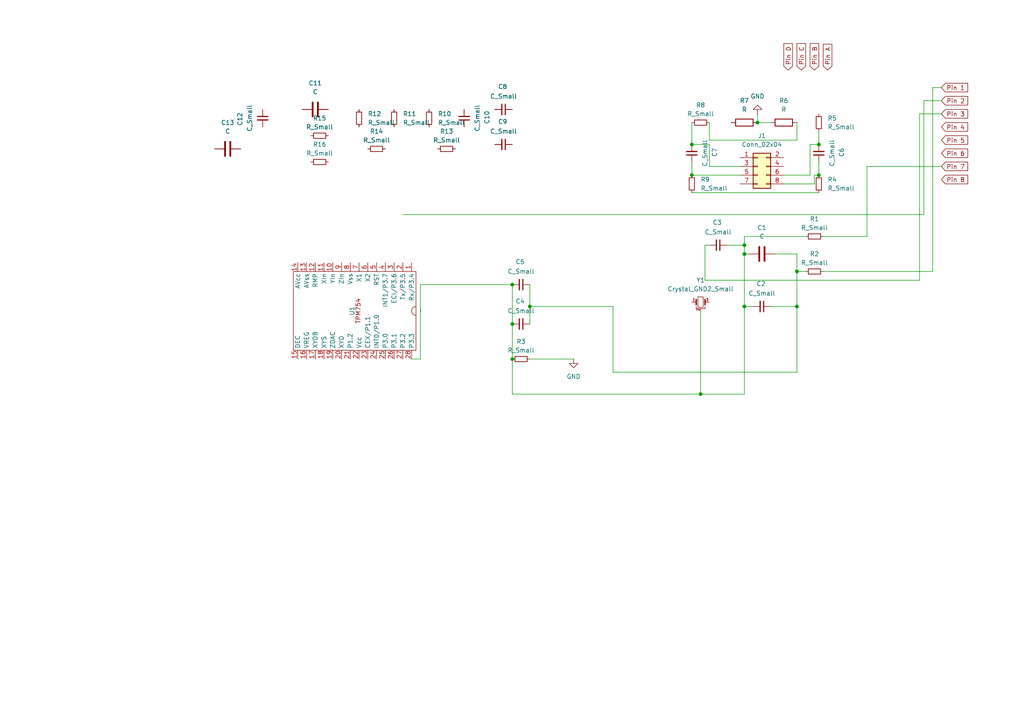
<source format=kicad_sch>
(kicad_sch (version 20231120) (generator "eeschema") (generator_version "8.0")
  (paper "A4")
  (lib_symbols
    (symbol "Device:C" (pin_numbers hide) (pin_names (offset 0.254))
      (property "Reference" "C" (at 0.635 2.54 0))
      (property "Value" "C" (at 0.635 -2.54 0))
      (symbol "C_0_1"
        (polyline (pts (xy -2.032 -0.762) (xy 2.032 -0.762)) (stroke (width 0.508)))
        (polyline (pts (xy -2.032 0.762) (xy 2.032 0.762)) (stroke (width 0.508)))
      )
      (symbol "C_1_1"
        (pin passive line (at 0 3.81 270) (length 2.794) (name "~") (number "1"))
        (pin passive line (at 0 -3.81 90) (length 2.794) (name "~") (number "2"))
      )
    )
    (symbol "Device:C_Small" (pin_numbers hide) (pin_names (offset 0.254) hide)
      (property "Reference" "C" (at 0.254 1.778 0))
      (property "Value" "C_Small" (at 0.254 -2.032 0))
      (symbol "C_Small_0_1"
        (polyline (pts (xy -1.524 -0.508) (xy 1.524 -0.508)) (stroke (width 0.3302)))
        (polyline (pts (xy -1.524 0.508) (xy 1.524 0.508)) (stroke (width 0.3048)))
      )
      (symbol "C_Small_1_1"
        (pin passive line (at 0 2.54 270) (length 2.032) (name "~") (number "1"))
        (pin passive line (at 0 -2.54 90) (length 2.032) (name "~") (number "2"))
      )
    )
    (symbol "Device:Crystal_GND2_Small" (pin_names (offset 1.016) hide)
      (property "Reference" "Y" (at 0 5.08 0))
      (property "Value" "Crystal_GND2_Small" (at 0 3.175 0))
      (symbol "Crystal_GND2_Small_0_1"
        (rectangle (start -0.762 -1.524) (end 0.762 1.524))
        (polyline (pts (xy -1.27 -0.762) (xy -1.27 0.762)) (stroke (width 0.381)))
        (polyline (pts (xy 1.27 -0.762) (xy 1.27 0.762)) (stroke (width 0.381)))
        (polyline (pts (xy -1.27 -1.27) (xy -1.27 -1.905) (xy 1.27 -1.905) (xy 1.27 -1.27)))
      )
      (symbol "Crystal_GND2_Small_1_1"
        (pin passive line (at -2.54 0 0) (length 1.27) (name "1") (number "1"))
        (pin passive line (at 0 -2.54 90) (length 0.635) (name "2") (number "2"))
        (pin passive line (at 2.54 0 180) (length 1.27) (name "3") (number "3"))
      )
    )
    (symbol "Device:R" (pin_numbers hide) (pin_names (offset 0))
      (property "Reference" "R" (at 2.032 0 90))
      (property "Value" "R" (at 0 0 90))
      (symbol "R_0_1"
        (rectangle (start -1.016 -2.54) (end 1.016 2.54) (stroke (width 0.254)))
      )
      (symbol "R_1_1"
        (pin passive line (at 0 3.81 270) (length 1.27) (name "~") (number "1"))
        (pin passive line (at 0 -3.81 90) (length 1.27) (name "~") (number "2"))
      )
    )
    (symbol "Device:R_Small" (pin_numbers hide) (pin_names (offset 0.254) hide)
      (property "Reference" "R" (at 0.762 0.508 0))
      (property "Value" "R_Small" (at 0.762 -1.016 0))
      (symbol "R_Small_0_1"
        (rectangle (start -0.762 1.778) (end 0.762 -1.778) (stroke (width 0.2032)))
      )
      (symbol "R_Small_1_1"
        (pin passive line (at 0 2.54 270) (length 0.762) (name "~") (number "1"))
        (pin passive line (at 0 -2.54 90) (length 0.762) (name "~") (number "2"))
      )
    )
    (symbol "PCM_4ms_Connector:Conn_02x04" (pin_names (offset 1.016) hide)
      (property "Reference" "J" (at 1.27 5.08 0))
      (property "Value" "Conn_02x04" (at 1.27 -7.62 0))
      (symbol "Conn_02x04_1_1"
        (rectangle (start -1.27 -4.953) (end 0 -5.207) (stroke (width 0.1524)))
        (rectangle (start -1.27 -2.413) (end 0 -2.667) (stroke (width 0.1524)))
        (rectangle (start -1.27 0.127) (end 0 -0.127) (stroke (width 0.1524)))
        (rectangle (start -1.27 2.667) (end 0 2.413) (stroke (width 0.1524)))
        (rectangle (start -1.27 3.81) (end 3.81 -6.35) (stroke (width 0.254)) (fill (type background)))
        (rectangle (start 3.81 -4.953) (end 2.54 -5.207) (stroke (width 0.1524)))
        (rectangle (start 3.81 -2.413) (end 2.54 -2.667) (stroke (width 0.1524)))
        (rectangle (start 3.81 0.127) (end 2.54 -0.127) (stroke (width 0.1524)))
        (rectangle (start 3.81 2.667) (end 2.54 2.413) (stroke (width 0.1524)))
        (pin passive line (at -5.08 2.54 0) (length 3.81) (name "Pin_1") (number "1"))
        (pin passive line (at 7.62 2.54 180) (length 3.81) (name "Pin_2") (number "2"))
        (pin passive line (at -5.08 0 0) (length 3.81) (name "Pin_3") (number "3"))
        (pin passive line (at 7.62 0 180) (length 3.81) (name "Pin_4") (number "4"))
        (pin passive line (at -5.08 -2.54 0) (length 3.81) (name "Pin_5") (number "5"))
        (pin passive line (at 7.62 -2.54 180) (length 3.81) (name "Pin_6") (number "6"))
        (pin passive line (at -5.08 -5.08 0) (length 3.81) (name "Pin_7") (number "7"))
        (pin passive line (at 7.62 -5.08 180) (length 3.81) (name "Pin_8") (number "8"))
      )
    )
    (symbol "Trackpoint:TPM754"
      (property "Reference" "U" (at 0 -13.208 0))
      (symbol "TPM754_0_1"
        (rectangle (start -11.43 5.08) (end 11.43 -30.48))
        (arc (start -1.27 5.08) (mid -0.898 4.182) (end 0 3.81))
        (arc (start 0 3.81) (mid 0.898 4.182) (end 1.27 5.08))
      )
      (symbol "TPM754_1_1"
        (text "TPM754" (at 0 -11.684 0) (effects (font (size 1.27 1.27))))
        (pin bidirectional line (at -13.97 3.81 0) (length 2.54) (name "Rx/P3.4") (number "1"))
        (pin input line (at -13.97 -19.05 0) (length 2.54) (name "YIn") (number "10"))
        (pin input line (at -13.97 -21.59 0) (length 2.54) (name "XIn") (number "11"))
        (pin output line (at -13.97 -24.13 0) (length 2.54) (name "RMP") (number "12"))
        (pin input line (at -13.97 -26.67 0) (length 2.54) (name "AVss") (number "13"))
        (pin input line (at -13.97 -29.21 0) (length 2.54) (name "AVcc") (number "14"))
        (pin output line (at 13.97 -29.21 180) (length 2.54) (name "DEC") (number "15"))
        (pin output line (at 13.97 -26.67 180) (length 2.54) (name "VREG") (number "16"))
        (pin output line (at 13.97 -24.13 180) (length 2.54) (name "XYDB") (number "17"))
        (pin output line (at 13.97 -21.59 180) (length 2.54) (name "XYS") (number "18"))
        (pin output line (at 13.97 -19.05 180) (length 2.54) (name "ZDAC") (number "19"))
        (pin bidirectional line (at -13.97 1.27 0) (length 2.54) (name "Tx/P3.5") (number "2"))
        (pin output line (at 13.97 -16.51 180) (length 2.54) (name "XYD") (number "20"))
        (pin bidirectional line (at 13.97 -13.97 180) (length 2.54) (name "P1.2") (number "21"))
        (pin input line (at 13.97 -11.43 180) (length 2.54) (name "Vcc") (number "22"))
        (pin bidirectional line (at 13.97 -8.89 180) (length 2.54) (name "CEX/P1.1") (number "23"))
        (pin bidirectional line (at 13.97 -6.35 180) (length 2.54) (name "INT0/P1.0") (number "24"))
        (pin bidirectional line (at 13.97 -3.81 180) (length 2.54) (name "P3.0") (number "25"))
        (pin bidirectional line (at 13.97 -1.27 180) (length 2.54) (name "P3.1") (number "26"))
        (pin bidirectional line (at 13.97 1.27 180) (length 2.54) (name "P3.2") (number "27"))
        (pin bidirectional line (at 13.97 3.81 180) (length 2.54) (name "P3.3") (number "28"))
        (pin bidirectional line (at -13.97 -1.27 0) (length 2.54) (name "ECI/P3.6") (number "3"))
        (pin bidirectional line (at -13.97 -3.81 0) (length 2.54) (name "INT1/P3.7") (number "4"))
        (pin input line (at -13.97 -6.35 0) (length 2.54) (name "RST") (number "5"))
        (pin output line (at -13.97 -8.89 0) (length 2.54) (name "X2") (number "6"))
        (pin input line (at -13.97 -11.43 0) (length 2.54) (name "X1") (number "7"))
        (pin input line (at -13.97 -13.97 0) (length 2.54) (name "Vss") (number "8"))
        (pin input line (at -13.97 -16.51 0) (length 2.54) (name "ZIn") (number "9"))
      )
    )
    (symbol "power:GND" (power) (pin_numbers hide) (pin_names (offset 0) hide)
      (property "Value" "GND" (at 0 -3.81 0))
      (symbol "GND_0_1"
        (polyline (pts (xy 0 0) (xy 0 -1.27) (xy 1.27 -1.27) (xy 0 -2.54) (xy -1.27 -1.27) (xy 0 -1.27)))
      )
      (symbol "GND_1_1"
        (pin power_in line (at 0 0 270) (length 0) (name "~") (number "1"))
      )
    )
  )
  (junction (at 148.59 82.55))
  (junction (at 219.71 35.56))
  (junction (at 237.49 41.91))
  (junction (at 215.9 73.66))
  (junction (at 237.49 50.8))
  (junction (at 231.14 78.74))
  (junction (at 215.9 88.9))
  (junction (at 153.67 88.9))
  (junction (at 231.14 88.9))
  (junction (at 200.66 41.91))
  (junction (at 148.59 93.98))
  (junction (at 200.66 50.8))
  (junction (at 203.2 114.3))
  (junction (at 148.59 104.14))
  (junction (at 215.9 71.12))
  (wire (pts (xy 153.67 82.55) (xy 153.67 88.9)))
  (wire (pts (xy 219.71 35.56) (xy 223.52 35.56)))
  (wire (pts (xy 121.92 104.14) (xy 119.38 104.14)))
  (wire (pts (xy 153.67 88.9) (xy 153.67 93.98)))
  (wire (pts (xy 234.95 50.8) (xy 234.95 41.91)))
  (wire (pts (xy 237.49 46.99) (xy 237.49 50.8)))
  (wire (pts (xy 227.33 53.34) (xy 236.22 53.34)))
  (wire (pts (xy 214.63 48.26) (xy 205.74 48.26)))
  (wire (pts (xy 215.9 73.66) (xy 217.17 73.66)))
  (wire (pts (xy 215.9 88.9) (xy 215.9 114.3)))
  (wire (pts (xy 177.8 88.9) (xy 177.8 107.95)))
  (wire (pts (xy 219.71 33.02) (xy 219.71 35.56)))
  (wire (pts (xy 236.22 50.8) (xy 237.49 50.8)))
  (wire (pts (xy 227.33 50.8) (xy 234.95 50.8)))
  (wire (pts (xy 251.46 68.58) (xy 238.76 68.58)))
  (wire (pts (xy 223.52 88.9) (xy 231.14 88.9)))
  (wire (pts (xy 148.59 93.98) (xy 148.59 104.14)))
  (wire (pts (xy 273.05 25.4) (xy 270.51 25.4)))
  (wire (pts (xy 215.9 73.66) (xy 215.9 88.9)))
  (wire (pts (xy 177.8 107.95) (xy 231.14 107.95)))
  (wire (pts (xy 234.95 41.91) (xy 237.49 41.91)))
  (wire (pts (xy 224.79 73.66) (xy 231.14 73.66)))
  (wire (pts (xy 153.67 104.14) (xy 166.37 104.14)))
  (wire (pts (xy 236.22 53.34) (xy 236.22 50.8)))
  (wire (pts (xy 205.74 40.64) (xy 231.14 40.64)))
  (wire (pts (xy 266.7 33.02) (xy 273.05 33.02)))
  (wire (pts (xy 267.97 29.21) (xy 267.97 62.23)))
  (wire (pts (xy 231.14 40.64) (xy 231.14 35.56)))
  (wire (pts (xy 148.59 114.3) (xy 148.59 104.14)))
  (wire (pts (xy 231.14 73.66) (xy 231.14 78.74)))
  (wire (pts (xy 266.7 81.28) (xy 266.7 33.02)))
  (wire (pts (xy 204.47 81.28) (xy 266.7 81.28)))
  (wire (pts (xy 273.05 29.21) (xy 267.97 29.21)))
  (wire (pts (xy 205.74 48.26) (xy 205.74 41.91)))
  (wire (pts (xy 153.67 88.9) (xy 177.8 88.9)))
  (wire (pts (xy 205.74 71.12) (xy 204.47 71.12)))
  (wire (pts (xy 231.14 107.95) (xy 231.14 88.9)))
  (wire (pts (xy 200.66 35.56) (xy 200.66 41.91)))
  (wire (pts (xy 231.14 88.9) (xy 231.14 78.74)))
  (wire (pts (xy 204.47 71.12) (xy 204.47 81.28)))
  (wire (pts (xy 251.46 48.26) (xy 251.46 68.58)))
  (wire (pts (xy 237.49 38.1) (xy 237.49 41.91)))
  (wire (pts (xy 215.9 88.9) (xy 218.44 88.9)))
  (wire (pts (xy 200.66 55.88) (xy 237.49 55.88)))
  (wire (pts (xy 238.76 78.74) (xy 270.51 78.74)))
  (wire (pts (xy 148.59 82.55) (xy 148.59 93.98)))
  (wire (pts (xy 205.74 35.56) (xy 205.74 40.64)))
  (wire (pts (xy 215.9 71.12) (xy 210.82 71.12)))
  (wire (pts (xy 203.2 114.3) (xy 148.59 114.3)))
  (wire (pts (xy 273.05 48.26) (xy 251.46 48.26)))
  (wire (pts (xy 270.51 25.4) (xy 270.51 78.74)))
  (wire (pts (xy 200.66 46.99) (xy 200.66 50.8)))
  (wire (pts (xy 121.92 82.55) (xy 148.59 82.55)))
  (wire (pts (xy 203.2 90.17) (xy 203.2 114.3)))
  (wire (pts (xy 205.74 41.91) (xy 200.66 41.91)))
  (wire (pts (xy 267.97 62.23) (xy 116.84 62.23)))
  (wire (pts (xy 121.92 82.55) (xy 121.92 104.14)))
  (wire (pts (xy 215.9 68.58) (xy 233.68 68.58)))
  (wire (pts (xy 231.14 78.74) (xy 233.68 78.74)))
  (wire (pts (xy 215.9 114.3) (xy 203.2 114.3)))
  (wire (pts (xy 200.66 50.8) (xy 214.63 50.8)))
  (wire (pts (xy 215.9 71.12) (xy 215.9 73.66)))
  (wire (pts (xy 215.9 68.58) (xy 215.9 71.12)))
  (global_label "Pin A" (shape input) (at 240.03 20.32 90) (property "Intersheetrefs" "${INTERSHEET_REFS}" (effects (hide yes))))
  (global_label "Pin 7" (shape input) (at 273.05 48.26 0) (property "Intersheetrefs" "${INTERSHEET_REFS}" (effects (hide yes))))
  (global_label "Pin 2" (shape input) (at 273.05 29.21 0) (property "Intersheetrefs" "${INTERSHEET_REFS}" (effects (hide yes))))
  (global_label "Pin 6" (shape input) (at 273.05 44.45 0) (property "Intersheetrefs" "${INTERSHEET_REFS}" (effects (hide yes))))
  (global_label "Pin D" (shape input) (at 228.6 20.32 90) (property "Intersheetrefs" "${INTERSHEET_REFS}" (effects (hide yes))))
  (global_label "Pin C" (shape input) (at 232.41 20.32 90) (property "Intersheetrefs" "${INTERSHEET_REFS}" (effects (hide yes))))
  (global_label "Pin 4" (shape input) (at 273.05 36.83 0) (property "Intersheetrefs" "${INTERSHEET_REFS}" (effects (hide yes))))
  (global_label "Pin B" (shape input) (at 236.22 20.32 90) (property "Intersheetrefs" "${INTERSHEET_REFS}" (effects (hide yes))))
  (global_label "Pin 8" (shape input) (at 273.05 52.07 0) (property "Intersheetrefs" "${INTERSHEET_REFS}" (effects (hide yes))))
  (global_label "Pin 1" (shape input) (at 273.05 25.4 0) (property "Intersheetrefs" "${INTERSHEET_REFS}" (effects (hide yes))))
  (global_label "Pin 3" (shape input) (at 273.05 33.02 0) (property "Intersheetrefs" "${INTERSHEET_REFS}" (effects (hide yes))))
  (global_label "Pin 5" (shape input) (at 273.05 40.64 0) (property "Intersheetrefs" "${INTERSHEET_REFS}" (effects (hide yes))))
  (symbol (lib_id "Device:R_Small") (at 124.46 34.29 180) (unit 1)
    (property "Reference" "R10" (at 127 33.0199 0) (effects (justify right)))
    (property "Value" "R_Small" (at 127 35.5599 0) (effects (justify right)))
    (property "Description" "Resistor, small symbol" (effects (hide yes)))
  )
  (symbol (lib_id "Device:C") (at 220.98 73.66 90) (unit 1)
    (property "Reference" "C1" (at 220.98 66.04 90))
    (property "Value" "C" (at 220.98 68.58 90))
    (property "Description" "Unpolarized capacitor" (effects (hide yes)))
  )
  (symbol (lib_id "Trackpoint:TPM754") (at 115.57 90.17 270) (unit 1)
    (property "Reference" "U1" (at 102.108 90.17 0))
    (property "Value" "~" (at 121.92 90.17 0))
  )
  (symbol (lib_id "Device:C_Small") (at 151.13 82.55 270) (unit 1)
    (property "Reference" "C5" (at 150.876 75.946 90))
    (property "Value" "C_Small" (at 151.1236 78.74 90))
    (property "Description" "Unpolarized capacitor, small symbol" (effects (hide yes)))
  )
  (symbol (lib_id "Device:C_Small") (at 76.2 34.29 0) (unit 1)
    (property "Reference" "C12" (at 69.596 34.544 90))
    (property "Value" "C_Small" (at 72.39 34.2964 90))
    (property "Description" "Unpolarized capacitor, small symbol" (effects (hide yes)))
  )
  (symbol (lib_id "Device:R_Small") (at 237.49 35.56 180) (unit 1)
    (property "Reference" "R5" (at 240.03 34.2899 0) (effects (justify right)))
    (property "Value" "R_Small" (at 240.03 36.8299 0) (effects (justify right)))
    (property "Description" "Resistor, small symbol" (effects (hide yes)))
  )
  (symbol (lib_id "Device:C_Small") (at 200.66 44.45 180) (unit 1)
    (property "Reference" "C7" (at 207.264 44.196 90))
    (property "Value" "C_Small" (at 204.47 44.4436 90))
    (property "Description" "Unpolarized capacitor, small symbol" (effects (hide yes)))
  )
  (symbol (lib_id "Device:R_Small") (at 129.54 43.18 90) (unit 1)
    (property "Reference" "R13" (at 129.54 38.1 90))
    (property "Value" "R_Small" (at 129.54 40.64 90))
    (property "Description" "Resistor, small symbol" (effects (hide yes)))
  )
  (symbol (lib_id "Device:Crystal_GND2_Small") (at 203.2 87.63 0) (unit 1)
    (property "Reference" "Y1" (at 203.2 81.28 0))
    (property "Value" "Crystal_GND2_Small" (at 203.2 83.82 0))
    (property "Description" "Three pin crystal, GND on pin 2, small symbol" (effects (hide yes)))
  )
  (symbol (lib_id "Device:R_Small") (at 236.22 68.58 90) (unit 1)
    (property "Reference" "R1" (at 236.22 63.5 90))
    (property "Value" "R_Small" (at 236.22 66.04 90))
    (property "Description" "Resistor, small symbol" (effects (hide yes)))
  )
  (symbol (lib_id "Device:C") (at 66.04 43.18 90) (unit 1)
    (property "Reference" "C13" (at 66.04 35.56 90))
    (property "Value" "C" (at 66.04 38.1 90))
    (property "Description" "Unpolarized capacitor" (effects (hide yes)))
  )
  (symbol (lib_id "Device:R_Small") (at 203.2 35.56 90) (unit 1)
    (property "Reference" "R8" (at 203.2 30.48 90))
    (property "Value" "R_Small" (at 203.2 33.02 90))
    (property "Description" "Resistor, small symbol" (effects (hide yes)))
  )
  (symbol (lib_id "Device:C_Small") (at 146.05 41.91 270) (unit 1)
    (property "Reference" "C9" (at 145.796 35.306 90))
    (property "Value" "C_Small" (at 146.0436 38.1 90))
    (property "Description" "Unpolarized capacitor, small symbol" (effects (hide yes)))
  )
  (symbol (lib_id "PCM_4ms_Connector:Conn_02x04") (at 219.71 48.26 0) (unit 1)
    (property "Reference" "J1" (at 220.98 39.37 0))
    (property "Value" "Conn_02x04" (at 220.98 41.91 0))
    (property "Footprint" "4ms_Connector:Pins_2x04_2.54mm_TH" (effects (hide yes)))
    (property "Description" "HEADER 2x4 MALE PINS 0.100” 180deg" (effects (hide yes)))
    (property "Specifications" "HEADER 2x4 MALE PINS 0.100” 180deg" (effects (hide yes)))
    (property "Manufacturer" "TAD" (effects (hide yes)))
    (property "Part Number" "1-0802FBV0T" (effects (hide yes)))
  )
  (symbol (lib_id "Device:C_Small") (at 146.05 31.75 270) (unit 1)
    (property "Reference" "C8" (at 145.796 25.146 90))
    (property "Value" "C_Small" (at 146.0436 27.94 90))
    (property "Description" "Unpolarized capacitor, small symbol" (effects (hide yes)))
  )
  (symbol (lib_id "power:GND") (at 166.37 104.14 0) (unit 1)
    (property "Reference" "#PWR01" (effects (hide yes)))
    (property "Value" "GND" (at 166.37 109.22 0))
    (property "Description" "Power symbol creates a global label with name \"GND\" , ground" (effects (hide yes)))
  )
  (symbol (lib_id "Device:C_Small") (at 134.62 34.29 180) (unit 1)
    (property "Reference" "C10" (at 141.224 34.036 90))
    (property "Value" "C_Small" (at 138.43 34.2836 90))
    (property "Description" "Unpolarized capacitor, small symbol" (effects (hide yes)))
  )
  (symbol (lib_id "Device:C_Small") (at 208.28 71.12 270) (unit 1)
    (property "Reference" "C3" (at 208.026 64.516 90))
    (property "Value" "C_Small" (at 208.2736 67.31 90))
    (property "Description" "Unpolarized capacitor, small symbol" (effects (hide yes)))
  )
  (symbol (lib_id "Device:R_Small") (at 151.13 104.14 90) (unit 1)
    (property "Reference" "R3" (at 151.13 99.06 90))
    (property "Value" "R_Small" (at 151.13 101.6 90))
    (property "Description" "Resistor, small symbol" (effects (hide yes)))
  )
  (symbol (lib_id "Device:R_Small") (at 200.66 53.34 180) (unit 1)
    (property "Reference" "R9" (at 203.2 52.0699 0) (effects (justify right)))
    (property "Value" "R_Small" (at 203.2 54.6099 0) (effects (justify right)))
    (property "Description" "Resistor, small symbol" (effects (hide yes)))
  )
  (symbol (lib_id "Device:R_Small") (at 92.71 39.37 270) (unit 1)
    (property "Reference" "R15" (at 92.71 34.29 90))
    (property "Value" "R_Small" (at 92.71 36.83 90))
    (property "Description" "Resistor, small symbol" (effects (hide yes)))
  )
  (symbol (lib_id "Device:R_Small") (at 104.14 34.29 180) (unit 1)
    (property "Reference" "R12" (at 106.68 33.0199 0) (effects (justify right)))
    (property "Value" "R_Small" (at 106.68 35.5599 0) (effects (justify right)))
    (property "Description" "Resistor, small symbol" (effects (hide yes)))
  )
  (symbol (lib_id "Device:R_Small") (at 237.49 53.34 180) (unit 1)
    (property "Reference" "R4" (at 240.03 52.0699 0) (effects (justify right)))
    (property "Value" "R_Small" (at 240.03 54.6099 0) (effects (justify right)))
    (property "Description" "Resistor, small symbol" (effects (hide yes)))
  )
  (symbol (lib_id "power:GND") (at 219.71 33.02 180) (unit 1)
    (property "Reference" "#PWR02" (effects (hide yes)))
    (property "Value" "GND" (at 219.71 27.94 0))
    (property "Description" "Power symbol creates a global label with name \"GND\" , ground" (effects (hide yes)))
  )
  (symbol (lib_id "Device:R") (at 215.9 35.56 90) (unit 1)
    (property "Reference" "R7" (at 215.9 29.21 90))
    (property "Value" "R" (at 215.9 31.75 90))
    (property "Description" "Resistor" (effects (hide yes)))
  )
  (symbol (lib_id "Device:C_Small") (at 220.98 88.9 270) (unit 1)
    (property "Reference" "C2" (at 220.726 82.296 90))
    (property "Value" "C_Small" (at 220.9736 85.09 90))
    (property "Description" "Unpolarized capacitor, small symbol" (effects (hide yes)))
  )
  (symbol (lib_id "Device:R_Small") (at 92.71 46.99 270) (unit 1)
    (property "Reference" "R16" (at 92.71 41.91 90))
    (property "Value" "R_Small" (at 92.71 44.45 90))
    (property "Description" "Resistor, small symbol" (effects (hide yes)))
  )
  (symbol (lib_id "Device:R_Small") (at 236.22 78.74 90) (unit 1)
    (property "Reference" "R2" (at 236.22 73.66 90))
    (property "Value" "R_Small" (at 236.22 76.2 90))
    (property "Description" "Resistor, small symbol" (effects (hide yes)))
  )
  (symbol (lib_id "Device:R_Small") (at 109.22 43.18 270) (unit 1)
    (property "Reference" "R14" (at 109.22 38.1 90))
    (property "Value" "R_Small" (at 109.22 40.64 90))
    (property "Description" "Resistor, small symbol" (effects (hide yes)))
  )
  (symbol (lib_id "Device:C_Small") (at 151.13 93.98 270) (unit 1)
    (property "Reference" "C4" (at 150.876 87.376 90))
    (property "Value" "C_Small" (at 151.1236 90.17 90))
    (property "Description" "Unpolarized capacitor, small symbol" (effects (hide yes)))
  )
  (symbol (lib_id "Device:C") (at 91.44 31.75 90) (unit 1)
    (property "Reference" "C11" (at 91.44 24.13 90))
    (property "Value" "C" (at 91.44 26.67 90))
    (property "Description" "Unpolarized capacitor" (effects (hide yes)))
  )
  (symbol (lib_id "Device:R") (at 227.33 35.56 90) (unit 1)
    (property "Reference" "R6" (at 227.33 29.21 90))
    (property "Value" "R" (at 227.33 31.75 90))
    (property "Description" "Resistor" (effects (hide yes)))
  )
  (symbol (lib_id "Device:C_Small") (at 237.49 44.45 180) (unit 1)
    (property "Reference" "C6" (at 244.094 44.196 90))
    (property "Value" "C_Small" (at 241.3 44.4436 90))
    (property "Description" "Unpolarized capacitor, small symbol" (effects (hide yes)))
  )
  (symbol (lib_id "Device:R_Small") (at 114.3 34.29 180) (unit 1)
    (property "Reference" "R11" (at 116.84 33.0199 0) (effects (justify right)))
    (property "Value" "R_Small" (at 116.84 35.5599 0) (effects (justify right)))
    (property "Description" "Resistor, small symbol" (effects (hide yes)))
  )
)
</source>
